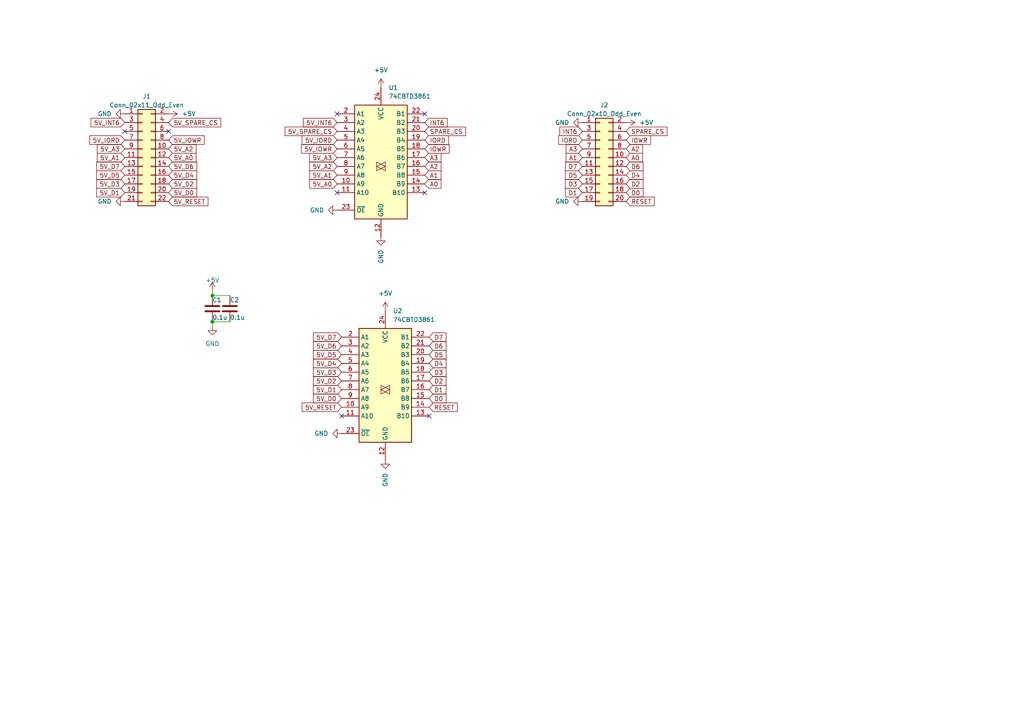
<source format=kicad_sch>
(kicad_sch (version 20231120) (generator "eeschema") (generator_version "8.0")
  (paper "A4")
  (lib_symbols
    (symbol "74xx:74CBTD3861"
      (property "Reference" "U" (at -7.62 19.05 0))
      (property "Value" "74CBTD3861" (at -8.255 -16.51 0))
      (symbol "74CBTD3861_1_0"
        (polyline (pts (xy 1.27 0) (xy -1.27 1.27) (xy -1.27 -1.27) (xy 1.27 0)) (stroke (width 0.1524)))
        (polyline (pts (xy 1.27 1.27) (xy -1.27 0) (xy 1.27 -1.27) (xy 1.27 1.27)))
        (pin no_connect line (at 7.62 -12.7 180) (length 2.54) hide (name "NC") (number "1"))
        (pin passive line (at -12.7 -5.08 0) (length 5.08) (name "A9") (number "10"))
        (pin passive line (at -12.7 -7.62 0) (length 5.08) (name "A10") (number "11"))
        (pin power_in line (at 0 -20.32 90) (length 5.08) (name "GND") (number "12"))
        (pin passive line (at 12.7 -7.62 180) (length 5.08) (name "B10") (number "13"))
        (pin passive line (at 12.7 -5.08 180) (length 5.08) (name "B9") (number "14"))
        (pin passive line (at 12.7 -2.54 180) (length 5.08) (name "B8") (number "15"))
        (pin passive line (at 12.7 0 180) (length 5.08) (name "B7") (number "16"))
        (pin passive line (at 12.7 2.54 180) (length 5.08) (name "B6") (number "17"))
        (pin passive line (at 12.7 5.08 180) (length 5.08) (name "B5") (number "18"))
        (pin passive line (at 12.7 7.62 180) (length 5.08) (name "B4") (number "19"))
        (pin passive line (at -12.7 15.24 0) (length 5.08) (name "A1") (number "2"))
        (pin passive line (at 12.7 10.16 180) (length 5.08) (name "B3") (number "20"))
        (pin passive line (at 12.7 12.7 180) (length 5.08) (name "B2") (number "21"))
        (pin passive line (at 12.7 15.24 180) (length 5.08) (name "B1") (number "22"))
        (pin input line (at -12.7 -12.7 0) (length 5.08) (name "~{OE}") (number "23"))
        (pin power_in line (at 0 22.86 270) (length 5.08) (name "VCC") (number "24"))
        (pin passive line (at -12.7 12.7 0) (length 5.08) (name "A2") (number "3"))
        (pin passive line (at -12.7 10.16 0) (length 5.08) (name "A3") (number "4"))
        (pin passive line (at -12.7 7.62 0) (length 5.08) (name "A4") (number "5"))
        (pin passive line (at -12.7 5.08 0) (length 5.08) (name "A5") (number "6"))
        (pin passive line (at -12.7 2.54 0) (length 5.08) (name "A6") (number "7"))
        (pin passive line (at -12.7 0 0) (length 5.08) (name "A7") (number "8"))
        (pin passive line (at -12.7 -2.54 0) (length 5.08) (name "A8") (number "9"))
      )
      (symbol "74CBTD3861_1_1"
        (rectangle (start -7.62 17.78) (end 7.62 -15.24) (stroke (width 0.254)) (fill (type background)))
      )
    )
    (symbol "Connector_Generic:Conn_02x10_Odd_Even" (pin_names (offset 1.016) hide)
      (property "Reference" "J" (at 1.27 12.7 0))
      (property "Value" "Conn_02x10_Odd_Even" (at 1.27 -15.24 0))
      (symbol "Conn_02x10_Odd_Even_1_1"
        (rectangle (start -1.27 -12.573) (end 0 -12.827) (stroke (width 0.1524)))
        (rectangle (start -1.27 -10.033) (end 0 -10.287) (stroke (width 0.1524)))
        (rectangle (start -1.27 -7.493) (end 0 -7.747) (stroke (width 0.1524)))
        (rectangle (start -1.27 -4.953) (end 0 -5.207) (stroke (width 0.1524)))
        (rectangle (start -1.27 -2.413) (end 0 -2.667) (stroke (width 0.1524)))
        (rectangle (start -1.27 0.127) (end 0 -0.127) (stroke (width 0.1524)))
        (rectangle (start -1.27 2.667) (end 0 2.413) (stroke (width 0.1524)))
        (rectangle (start -1.27 5.207) (end 0 4.953) (stroke (width 0.1524)))
        (rectangle (start -1.27 7.747) (end 0 7.493) (stroke (width 0.1524)))
        (rectangle (start -1.27 10.287) (end 0 10.033) (stroke (width 0.1524)))
        (rectangle (start -1.27 11.43) (end 3.81 -13.97) (stroke (width 0.254)) (fill (type background)))
        (rectangle (start 3.81 -12.573) (end 2.54 -12.827) (stroke (width 0.1524)))
        (rectangle (start 3.81 -10.033) (end 2.54 -10.287) (stroke (width 0.1524)))
        (rectangle (start 3.81 -7.493) (end 2.54 -7.747) (stroke (width 0.1524)))
        (rectangle (start 3.81 -4.953) (end 2.54 -5.207) (stroke (width 0.1524)))
        (rectangle (start 3.81 -2.413) (end 2.54 -2.667) (stroke (width 0.1524)))
        (rectangle (start 3.81 0.127) (end 2.54 -0.127) (stroke (width 0.1524)))
        (rectangle (start 3.81 2.667) (end 2.54 2.413) (stroke (width 0.1524)))
        (rectangle (start 3.81 5.207) (end 2.54 4.953) (stroke (width 0.1524)))
        (rectangle (start 3.81 7.747) (end 2.54 7.493) (stroke (width 0.1524)))
        (rectangle (start 3.81 10.287) (end 2.54 10.033) (stroke (width 0.1524)))
        (pin passive line (at -5.08 10.16 0) (length 3.81) (name "Pin_1") (number "1"))
        (pin passive line (at 7.62 0 180) (length 3.81) (name "Pin_10") (number "10"))
        (pin passive line (at -5.08 -2.54 0) (length 3.81) (name "Pin_11") (number "11"))
        (pin passive line (at 7.62 -2.54 180) (length 3.81) (name "Pin_12") (number "12"))
        (pin passive line (at -5.08 -5.08 0) (length 3.81) (name "Pin_13") (number "13"))
        (pin passive line (at 7.62 -5.08 180) (length 3.81) (name "Pin_14") (number "14"))
        (pin passive line (at -5.08 -7.62 0) (length 3.81) (name "Pin_15") (number "15"))
        (pin passive line (at 7.62 -7.62 180) (length 3.81) (name "Pin_16") (number "16"))
        (pin passive line (at -5.08 -10.16 0) (length 3.81) (name "Pin_17") (number "17"))
        (pin passive line (at 7.62 -10.16 180) (length 3.81) (name "Pin_18") (number "18"))
        (pin passive line (at -5.08 -12.7 0) (length 3.81) (name "Pin_19") (number "19"))
        (pin passive line (at 7.62 10.16 180) (length 3.81) (name "Pin_2") (number "2"))
        (pin passive line (at 7.62 -12.7 180) (length 3.81) (name "Pin_20") (number "20"))
        (pin passive line (at -5.08 7.62 0) (length 3.81) (name "Pin_3") (number "3"))
        (pin passive line (at 7.62 7.62 180) (length 3.81) (name "Pin_4") (number "4"))
        (pin passive line (at -5.08 5.08 0) (length 3.81) (name "Pin_5") (number "5"))
        (pin passive line (at 7.62 5.08 180) (length 3.81) (name "Pin_6") (number "6"))
        (pin passive line (at -5.08 2.54 0) (length 3.81) (name "Pin_7") (number "7"))
        (pin passive line (at 7.62 2.54 180) (length 3.81) (name "Pin_8") (number "8"))
        (pin passive line (at -5.08 0 0) (length 3.81) (name "Pin_9") (number "9"))
      )
    )
    (symbol "Connector_Generic:Conn_02x11_Odd_Even" (pin_names (offset 1.016) hide)
      (property "Reference" "J" (at 1.27 15.24 0))
      (property "Value" "Conn_02x11_Odd_Even" (at 1.27 -15.24 0))
      (symbol "Conn_02x11_Odd_Even_1_1"
        (rectangle (start -1.27 -12.573) (end 0 -12.827) (stroke (width 0.1524)))
        (rectangle (start -1.27 -10.033) (end 0 -10.287) (stroke (width 0.1524)))
        (rectangle (start -1.27 -7.493) (end 0 -7.747) (stroke (width 0.1524)))
        (rectangle (start -1.27 -4.953) (end 0 -5.207) (stroke (width 0.1524)))
        (rectangle (start -1.27 -2.413) (end 0 -2.667) (stroke (width 0.1524)))
        (rectangle (start -1.27 0.127) (end 0 -0.127) (stroke (width 0.1524)))
        (rectangle (start -1.27 2.667) (end 0 2.413) (stroke (width 0.1524)))
        (rectangle (start -1.27 5.207) (end 0 4.953) (stroke (width 0.1524)))
        (rectangle (start -1.27 7.747) (end 0 7.493) (stroke (width 0.1524)))
        (rectangle (start -1.27 10.287) (end 0 10.033) (stroke (width 0.1524)))
        (rectangle (start -1.27 12.827) (end 0 12.573) (stroke (width 0.1524)))
        (rectangle (start -1.27 13.97) (end 3.81 -13.97) (stroke (width 0.254)) (fill (type background)))
        (rectangle (start 3.81 -12.573) (end 2.54 -12.827) (stroke (width 0.1524)))
        (rectangle (start 3.81 -10.033) (end 2.54 -10.287) (stroke (width 0.1524)))
        (rectangle (start 3.81 -7.493) (end 2.54 -7.747) (stroke (width 0.1524)))
        (rectangle (start 3.81 -4.953) (end 2.54 -5.207) (stroke (width 0.1524)))
        (rectangle (start 3.81 -2.413) (end 2.54 -2.667) (stroke (width 0.1524)))
        (rectangle (start 3.81 0.127) (end 2.54 -0.127) (stroke (width 0.1524)))
        (rectangle (start 3.81 2.667) (end 2.54 2.413) (stroke (width 0.1524)))
        (rectangle (start 3.81 5.207) (end 2.54 4.953) (stroke (width 0.1524)))
        (rectangle (start 3.81 7.747) (end 2.54 7.493) (stroke (width 0.1524)))
        (rectangle (start 3.81 10.287) (end 2.54 10.033) (stroke (width 0.1524)))
        (rectangle (start 3.81 12.827) (end 2.54 12.573) (stroke (width 0.1524)))
        (pin passive line (at -5.08 12.7 0) (length 3.81) (name "Pin_1") (number "1"))
        (pin passive line (at 7.62 2.54 180) (length 3.81) (name "Pin_10") (number "10"))
        (pin passive line (at -5.08 0 0) (length 3.81) (name "Pin_11") (number "11"))
        (pin passive line (at 7.62 0 180) (length 3.81) (name "Pin_12") (number "12"))
        (pin passive line (at -5.08 -2.54 0) (length 3.81) (name "Pin_13") (number "13"))
        (pin passive line (at 7.62 -2.54 180) (length 3.81) (name "Pin_14") (number "14"))
        (pin passive line (at -5.08 -5.08 0) (length 3.81) (name "Pin_15") (number "15"))
        (pin passive line (at 7.62 -5.08 180) (length 3.81) (name "Pin_16") (number "16"))
        (pin passive line (at -5.08 -7.62 0) (length 3.81) (name "Pin_17") (number "17"))
        (pin passive line (at 7.62 -7.62 180) (length 3.81) (name "Pin_18") (number "18"))
        (pin passive line (at -5.08 -10.16 0) (length 3.81) (name "Pin_19") (number "19"))
        (pin passive line (at 7.62 12.7 180) (length 3.81) (name "Pin_2") (number "2"))
        (pin passive line (at 7.62 -10.16 180) (length 3.81) (name "Pin_20") (number "20"))
        (pin passive line (at -5.08 -12.7 0) (length 3.81) (name "Pin_21") (number "21"))
        (pin passive line (at 7.62 -12.7 180) (length 3.81) (name "Pin_22") (number "22"))
        (pin passive line (at -5.08 10.16 0) (length 3.81) (name "Pin_3") (number "3"))
        (pin passive line (at 7.62 10.16 180) (length 3.81) (name "Pin_4") (number "4"))
        (pin passive line (at -5.08 7.62 0) (length 3.81) (name "Pin_5") (number "5"))
        (pin passive line (at 7.62 7.62 180) (length 3.81) (name "Pin_6") (number "6"))
        (pin passive line (at -5.08 5.08 0) (length 3.81) (name "Pin_7") (number "7"))
        (pin passive line (at 7.62 5.08 180) (length 3.81) (name "Pin_8") (number "8"))
        (pin passive line (at -5.08 2.54 0) (length 3.81) (name "Pin_9") (number "9"))
      )
    )
    (symbol "Device:C" (pin_numbers hide) (pin_names (offset 0.254))
      (property "Reference" "C" (at 0.635 2.54 0))
      (property "Value" "C" (at 0.635 -2.54 0))
      (symbol "C_0_1"
        (polyline (pts (xy -2.032 -0.762) (xy 2.032 -0.762)) (stroke (width 0.508)))
        (polyline (pts (xy -2.032 0.762) (xy 2.032 0.762)) (stroke (width 0.508)))
      )
      (symbol "C_1_1"
        (pin passive line (at 0 3.81 270) (length 2.794) (name "~") (number "1"))
        (pin passive line (at 0 -3.81 90) (length 2.794) (name "~") (number "2"))
      )
    )
    (symbol "power:+5V" (power) (pin_names (offset 0))
      (property "Value" "+5V" (at 0 3.556 0))
      (symbol "+5V_0_1"
        (polyline (pts (xy -0.762 1.27) (xy 0 2.54)))
        (polyline (pts (xy 0 0) (xy 0 2.54)))
        (polyline (pts (xy 0 2.54) (xy 0.762 1.27)))
      )
      (symbol "+5V_1_1"
        (pin power_in line (at 0 0 90) (length 0) hide (name "+5V") (number "1"))
      )
    )
    (symbol "power:GND" (power) (pin_names (offset 0))
      (property "Value" "GND" (at 0 -3.81 0))
      (symbol "GND_0_1"
        (polyline (pts (xy 0 0) (xy 0 -1.27) (xy 1.27 -1.27) (xy 0 -2.54) (xy -1.27 -1.27) (xy 0 -1.27)))
      )
      (symbol "GND_1_1"
        (pin power_in line (at 0 0 270) (length 0) hide (name "GND") (number "1"))
      )
    )
  )
  (junction (at 61.595 85.725))
  (junction (at 61.595 93.345))
  (no_connect (at 36.195 38.1))
  (no_connect (at 123.19 33.02))
  (no_connect (at 97.79 55.88))
  (no_connect (at 99.06 120.65))
  (no_connect (at 97.79 33.02))
  (no_connect (at 124.46 120.65))
  (no_connect (at 48.895 38.1))
  (no_connect (at 123.19 55.88))
  (wire (pts (xy 61.595 93.345) (xy 66.675 93.345)))
  (wire (pts (xy 61.595 84.455) (xy 61.595 85.725)))
  (wire (pts (xy 61.595 85.725) (xy 66.675 85.725)))
  (wire (pts (xy 61.595 93.345) (xy 61.595 94.615)))
  (global_label "A0" (shape input) (at 123.19 53.34 0) (property "Intersheetrefs" "${INTERSHEET_REFS}" (effects (hide yes))))
  (global_label "A3" (shape input) (at 168.91 43.18 180) (property "Intersheetrefs" "${INTERSHEET_REFS}" (effects (hide yes))))
  (global_label "5V_SPARE_CS" (shape input) (at 97.79 38.1 180) (property "Intersheetrefs" "${INTERSHEET_REFS}" (effects (hide yes))))
  (global_label "5V_D2" (shape input) (at 48.895 53.34 0) (property "Intersheetrefs" "${INTERSHEET_REFS}" (effects (hide yes))))
  (global_label "INT6" (shape input) (at 123.19 35.56 0) (property "Intersheetrefs" "${INTERSHEET_REFS}" (effects (hide yes))))
  (global_label "D0" (shape input) (at 124.46 115.57 0) (property "Intersheetrefs" "${INTERSHEET_REFS}" (effects (hide yes))))
  (global_label "5V_A1" (shape input) (at 97.79 50.8 180) (property "Intersheetrefs" "${INTERSHEET_REFS}" (effects (hide yes))))
  (global_label "5V_RESET" (shape input) (at 48.895 58.42 0) (property "Intersheetrefs" "${INTERSHEET_REFS}" (effects (hide yes))))
  (global_label "5V_A0" (shape input) (at 97.79 53.34 180) (property "Intersheetrefs" "${INTERSHEET_REFS}" (effects (hide yes))))
  (global_label "5V_D7" (shape input) (at 36.195 48.26 180) (property "Intersheetrefs" "${INTERSHEET_REFS}" (effects (hide yes))))
  (global_label "5V_IOWR" (shape input) (at 97.79 43.18 180) (property "Intersheetrefs" "${INTERSHEET_REFS}" (effects (hide yes))))
  (global_label "D3" (shape input) (at 124.46 107.95 0) (property "Intersheetrefs" "${INTERSHEET_REFS}" (effects (hide yes))))
  (global_label "RESET" (shape input) (at 124.46 118.11 0) (property "Intersheetrefs" "${INTERSHEET_REFS}" (effects (hide yes))))
  (global_label "D1" (shape input) (at 168.91 55.88 180) (property "Intersheetrefs" "${INTERSHEET_REFS}" (effects (hide yes))))
  (global_label "D3" (shape input) (at 168.91 53.34 180) (property "Intersheetrefs" "${INTERSHEET_REFS}" (effects (hide yes))))
  (global_label "D5" (shape input) (at 168.91 50.8 180) (property "Intersheetrefs" "${INTERSHEET_REFS}" (effects (hide yes))))
  (global_label "5V_A2" (shape input) (at 97.79 48.26 180) (property "Intersheetrefs" "${INTERSHEET_REFS}" (effects (hide yes))))
  (global_label "A2" (shape input) (at 181.61 43.18 0) (property "Intersheetrefs" "${INTERSHEET_REFS}" (effects (hide yes))))
  (global_label "D7" (shape input) (at 124.46 97.79 0) (property "Intersheetrefs" "${INTERSHEET_REFS}" (effects (hide yes))))
  (global_label "A3" (shape input) (at 123.19 45.72 0) (property "Intersheetrefs" "${INTERSHEET_REFS}" (effects (hide yes))))
  (global_label "5V_D5" (shape input) (at 36.195 50.8 180) (property "Intersheetrefs" "${INTERSHEET_REFS}" (effects (hide yes))))
  (global_label "D1" (shape input) (at 124.46 113.03 0) (property "Intersheetrefs" "${INTERSHEET_REFS}" (effects (hide yes))))
  (global_label "D4" (shape input) (at 181.61 50.8 0) (property "Intersheetrefs" "${INTERSHEET_REFS}" (effects (hide yes))))
  (global_label "D0" (shape input) (at 181.61 55.88 0) (property "Intersheetrefs" "${INTERSHEET_REFS}" (effects (hide yes))))
  (global_label "IORD" (shape input) (at 123.19 40.64 0) (property "Intersheetrefs" "${INTERSHEET_REFS}" (effects (hide yes))))
  (global_label "5V_A0" (shape input) (at 48.895 45.72 0) (property "Intersheetrefs" "${INTERSHEET_REFS}" (effects (hide yes))))
  (global_label "SPARE_CS" (shape input) (at 123.19 38.1 0) (property "Intersheetrefs" "${INTERSHEET_REFS}" (effects (hide yes))))
  (global_label "5V_SPARE_CS" (shape input) (at 48.895 35.56 0) (property "Intersheetrefs" "${INTERSHEET_REFS}" (effects (hide yes))))
  (global_label "5V_D4" (shape input) (at 48.895 50.8 0) (property "Intersheetrefs" "${INTERSHEET_REFS}" (effects (hide yes))))
  (global_label "5V_D6" (shape input) (at 99.06 100.33 180) (property "Intersheetrefs" "${INTERSHEET_REFS}" (effects (hide yes))))
  (global_label "A0" (shape input) (at 181.61 45.72 0) (property "Intersheetrefs" "${INTERSHEET_REFS}" (effects (hide yes))))
  (global_label "5V_D5" (shape input) (at 99.06 102.87 180) (property "Intersheetrefs" "${INTERSHEET_REFS}" (effects (hide yes))))
  (global_label "SPARE_CS" (shape input) (at 181.61 38.1 0) (property "Intersheetrefs" "${INTERSHEET_REFS}" (effects (hide yes))))
  (global_label "D7" (shape input) (at 168.91 48.26 180) (property "Intersheetrefs" "${INTERSHEET_REFS}" (effects (hide yes))))
  (global_label "5V_D1" (shape input) (at 99.06 113.03 180) (property "Intersheetrefs" "${INTERSHEET_REFS}" (effects (hide yes))))
  (global_label "5V_D2" (shape input) (at 99.06 110.49 180) (property "Intersheetrefs" "${INTERSHEET_REFS}" (effects (hide yes))))
  (global_label "5V_IORD" (shape input) (at 36.195 40.64 180) (property "Intersheetrefs" "${INTERSHEET_REFS}" (effects (hide yes))))
  (global_label "IORD" (shape input) (at 168.91 40.64 180) (property "Intersheetrefs" "${INTERSHEET_REFS}" (effects (hide yes))))
  (global_label "A1" (shape input) (at 123.19 50.8 0) (property "Intersheetrefs" "${INTERSHEET_REFS}" (effects (hide yes))))
  (global_label "D4" (shape input) (at 124.46 105.41 0) (property "Intersheetrefs" "${INTERSHEET_REFS}" (effects (hide yes))))
  (global_label "A1" (shape input) (at 168.91 45.72 180) (property "Intersheetrefs" "${INTERSHEET_REFS}" (effects (hide yes))))
  (global_label "5V_D1" (shape input) (at 36.195 55.88 180) (property "Intersheetrefs" "${INTERSHEET_REFS}" (effects (hide yes))))
  (global_label "5V_IOWR" (shape input) (at 48.895 40.64 0) (property "Intersheetrefs" "${INTERSHEET_REFS}" (effects (hide yes))))
  (global_label "A2" (shape input) (at 123.19 48.26 0) (property "Intersheetrefs" "${INTERSHEET_REFS}" (effects (hide yes))))
  (global_label "IOWR" (shape input) (at 181.61 40.64 0) (property "Intersheetrefs" "${INTERSHEET_REFS}" (effects (hide yes))))
  (global_label "RESET" (shape input) (at 181.61 58.42 0) (property "Intersheetrefs" "${INTERSHEET_REFS}" (effects (hide yes))))
  (global_label "IOWR" (shape input) (at 123.19 43.18 0) (property "Intersheetrefs" "${INTERSHEET_REFS}" (effects (hide yes))))
  (global_label "D6" (shape input) (at 181.61 48.26 0) (property "Intersheetrefs" "${INTERSHEET_REFS}" (effects (hide yes))))
  (global_label "5V_INT6" (shape input) (at 97.79 35.56 180) (property "Intersheetrefs" "${INTERSHEET_REFS}" (effects (hide yes))))
  (global_label "D2" (shape input) (at 181.61 53.34 0) (property "Intersheetrefs" "${INTERSHEET_REFS}" (effects (hide yes))))
  (global_label "D6" (shape input) (at 124.46 100.33 0) (property "Intersheetrefs" "${INTERSHEET_REFS}" (effects (hide yes))))
  (global_label "5V_RESET" (shape input) (at 99.06 118.11 180) (property "Intersheetrefs" "${INTERSHEET_REFS}" (effects (hide yes))))
  (global_label "5V_A1" (shape input) (at 36.195 45.72 180) (property "Intersheetrefs" "${INTERSHEET_REFS}" (effects (hide yes))))
  (global_label "D5" (shape input) (at 124.46 102.87 0) (property "Intersheetrefs" "${INTERSHEET_REFS}" (effects (hide yes))))
  (global_label "5V_D7" (shape input) (at 99.06 97.79 180) (property "Intersheetrefs" "${INTERSHEET_REFS}" (effects (hide yes))))
  (global_label "5V_A2" (shape input) (at 48.895 43.18 0) (property "Intersheetrefs" "${INTERSHEET_REFS}" (effects (hide yes))))
  (global_label "5V_D4" (shape input) (at 99.06 105.41 180) (property "Intersheetrefs" "${INTERSHEET_REFS}" (effects (hide yes))))
  (global_label "5V_D6" (shape input) (at 48.895 48.26 0) (property "Intersheetrefs" "${INTERSHEET_REFS}" (effects (hide yes))))
  (global_label "INT6" (shape input) (at 168.91 38.1 180) (property "Intersheetrefs" "${INTERSHEET_REFS}" (effects (hide yes))))
  (global_label "5V_INT6" (shape input) (at 36.195 35.56 180) (property "Intersheetrefs" "${INTERSHEET_REFS}" (effects (hide yes))))
  (global_label "5V_D3" (shape input) (at 36.195 53.34 180) (property "Intersheetrefs" "${INTERSHEET_REFS}" (effects (hide yes))))
  (global_label "D2" (shape input) (at 124.46 110.49 0) (property "Intersheetrefs" "${INTERSHEET_REFS}" (effects (hide yes))))
  (global_label "5V_IORD" (shape input) (at 97.79 40.64 180) (property "Intersheetrefs" "${INTERSHEET_REFS}" (effects (hide yes))))
  (global_label "5V_A3" (shape input) (at 36.195 43.18 180) (property "Intersheetrefs" "${INTERSHEET_REFS}" (effects (hide yes))))
  (global_label "5V_D0" (shape input) (at 99.06 115.57 180) (property "Intersheetrefs" "${INTERSHEET_REFS}" (effects (hide yes))))
  (global_label "5V_A3" (shape input) (at 97.79 45.72 180) (property "Intersheetrefs" "${INTERSHEET_REFS}" (effects (hide yes))))
  (global_label "5V_D0" (shape input) (at 48.895 55.88 0) (property "Intersheetrefs" "${INTERSHEET_REFS}" (effects (hide yes))))
  (global_label "5V_D3" (shape input) (at 99.06 107.95 180) (property "Intersheetrefs" "${INTERSHEET_REFS}" (effects (hide yes))))
  (symbol (lib_id "power:GND") (at 36.195 33.02 270) (unit 1)
    (property "Reference" "#PWR016" (effects (hide yes)))
    (property "Value" "GND" (at 32.385 33.0199 90) (effects (justify right)))
  )
  (symbol (lib_id "power:+5V") (at 111.76 90.17 0) (unit 1)
    (property "Reference" "#PWR06" (effects (hide yes)))
    (property "Value" "+5V" (at 111.76 85.09 0))
  )
  (symbol (lib_id "power:GND") (at 61.595 94.615 0) (unit 1)
    (property "Reference" "#PWR020" (effects (hide yes)))
    (property "Value" "GND" (at 61.595 99.695 0))
  )
  (symbol (lib_id "power:+5V") (at 110.49 25.4 0) (unit 1)
    (property "Reference" "#PWR01" (effects (hide yes)))
    (property "Value" "+5V" (at 110.49 20.32 0))
  )
  (symbol (lib_id "power:GND") (at 111.76 133.35 0) (mirror y) (unit 1)
    (property "Reference" "#PWR04" (effects (hide yes)))
    (property "Value" "GND" (at 111.7601 137.16 90) (effects (justify right)))
  )
  (symbol (lib_id "power:GND") (at 168.91 35.56 270) (unit 1)
    (property "Reference" "#PWR021" (effects (hide yes)))
    (property "Value" "GND" (at 165.1 35.5599 90) (effects (justify right)))
  )
  (symbol (lib_id "74xx:74CBTD3861") (at 110.49 48.26 0) (unit 1)
    (property "Reference" "U1" (at 112.6841 25.4 0) (effects (justify left)))
    (property "Value" "74CBTD3861" (at 112.6841 27.94 0) (effects (justify left)))
    (property "Footprint" "Package_SO:TSSOP-24_4.4x7.8mm_P0.65mm" (effects (hide yes)))
    (property "Datasheet" "https://www.ti.com/lit/ds/symlink/sn74cbtd3861.pdf" (effects (hide yes)))
    (property "Description" "10-bit FET Bus switch" (effects (hide yes)))
  )
  (symbol (lib_id "power:GND") (at 99.06 125.73 270) (mirror x) (unit 1)
    (property "Reference" "#PWR05" (effects (hide yes)))
    (property "Value" "GND" (at 95.25 125.7301 90) (effects (justify right)))
  )
  (symbol (lib_id "Connector_Generic:Conn_02x10_Odd_Even") (at 173.99 45.72 0) (unit 1)
    (property "Reference" "J2" (at 175.26 30.48 0))
    (property "Value" "Conn_02x10_Odd_Even" (at 175.26 33.02 0))
    (property "Footprint" "Connector_PinHeader_2.54mm:PinHeader_2x10_P2.54mm_Vertical" (effects (hide yes)))
  )
  (symbol (lib_id "74xx:74CBTD3861") (at 111.76 113.03 0) (unit 1)
    (property "Reference" "U2" (at 113.9541 90.17 0) (effects (justify left)))
    (property "Value" "74CBTD3861" (at 113.9541 92.71 0) (effects (justify left)))
    (property "Footprint" "Package_SO:TSSOP-24_4.4x7.8mm_P0.65mm" (effects (hide yes)))
    (property "Datasheet" "https://www.ti.com/lit/ds/symlink/sn74cbtd3861.pdf" (effects (hide yes)))
    (property "Description" "10-bit FET Bus switch" (effects (hide yes)))
  )
  (symbol (lib_id "power:+5V") (at 61.595 84.455 0) (unit 1)
    (property "Reference" "#PWR019" (effects (hide yes)))
    (property "Value" "+5V" (at 61.595 81.28 0))
  )
  (symbol (lib_id "power:GND") (at 36.195 58.42 270) (unit 1)
    (property "Reference" "#PWR017" (effects (hide yes)))
    (property "Value" "GND" (at 32.385 58.4199 90) (effects (justify right)))
  )
  (symbol (lib_id "Device:C") (at 66.675 89.535 0) (unit 1)
    (property "Reference" "C2" (at 66.675 86.995 0) (effects (justify left)))
    (property "Value" "0.1u" (at 66.675 92.075 0) (effects (justify left)))
    (property "Footprint" "Capacitor_SMD:C_0603_1608Metric" (effects (hide yes)))
  )
  (symbol (lib_id "Connector_Generic:Conn_02x11_Odd_Even") (at 41.275 45.72 0) (unit 1)
    (property "Reference" "J1" (at 42.545 27.94 0))
    (property "Value" "Conn_02x11_Odd_Even" (at 42.545 30.48 0))
    (property "Footprint" "Connector_PinSocket_2.00mm:PinSocket_2x11_P2.00mm_Vertical" (effects (hide yes)))
  )
  (symbol (lib_id "power:GND") (at 168.91 58.42 270) (unit 1)
    (property "Reference" "#PWR023" (effects (hide yes)))
    (property "Value" "GND" (at 165.1 58.4199 90) (effects (justify right)))
  )
  (symbol (lib_id "power:GND") (at 110.49 68.58 0) (mirror y) (unit 1)
    (property "Reference" "#PWR02" (effects (hide yes)))
    (property "Value" "GND" (at 110.4901 72.39 90) (effects (justify right)))
  )
  (symbol (lib_id "power:+5V") (at 181.61 35.56 270) (unit 1)
    (property "Reference" "#PWR022" (effects (hide yes)))
    (property "Value" "+5V" (at 185.42 35.5599 90) (effects (justify left)))
  )
  (symbol (lib_id "power:+5V") (at 48.895 33.02 270) (unit 1)
    (property "Reference" "#PWR018" (effects (hide yes)))
    (property "Value" "+5V" (at 52.705 33.0199 90) (effects (justify left)))
  )
  (symbol (lib_id "Device:C") (at 61.595 89.535 0) (unit 1)
    (property "Reference" "C1" (at 61.595 86.995 0) (effects (justify left)))
    (property "Value" "0.1u" (at 61.595 92.075 0) (effects (justify left)))
    (property "Footprint" "Capacitor_SMD:C_0603_1608Metric" (effects (hide yes)))
  )
  (symbol (lib_id "power:GND") (at 97.79 60.96 270) (mirror x) (unit 1)
    (property "Reference" "#PWR03" (effects (hide yes)))
    (property "Value" "GND" (at 93.98 60.9601 90) (effects (justify right)))
  )
)
</source>
